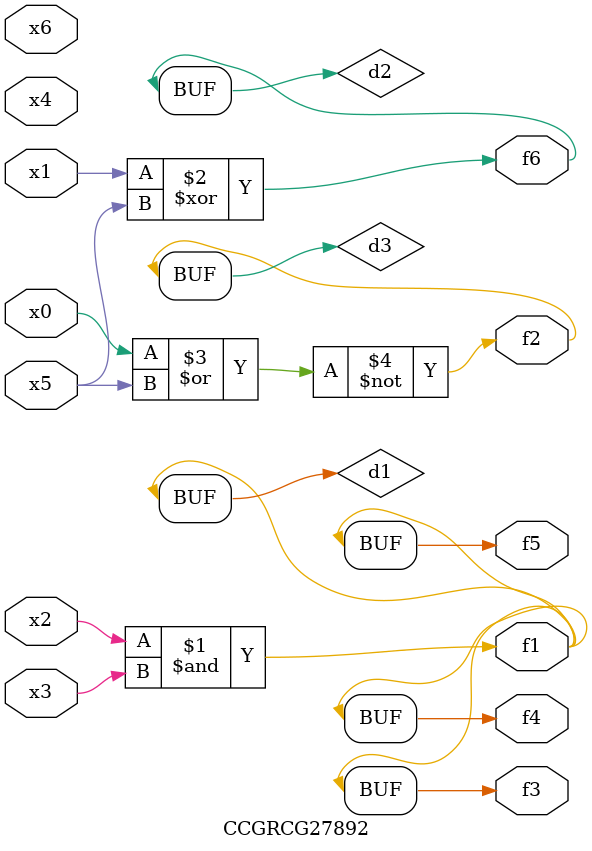
<source format=v>
module CCGRCG27892(
	input x0, x1, x2, x3, x4, x5, x6,
	output f1, f2, f3, f4, f5, f6
);

	wire d1, d2, d3;

	and (d1, x2, x3);
	xor (d2, x1, x5);
	nor (d3, x0, x5);
	assign f1 = d1;
	assign f2 = d3;
	assign f3 = d1;
	assign f4 = d1;
	assign f5 = d1;
	assign f6 = d2;
endmodule

</source>
